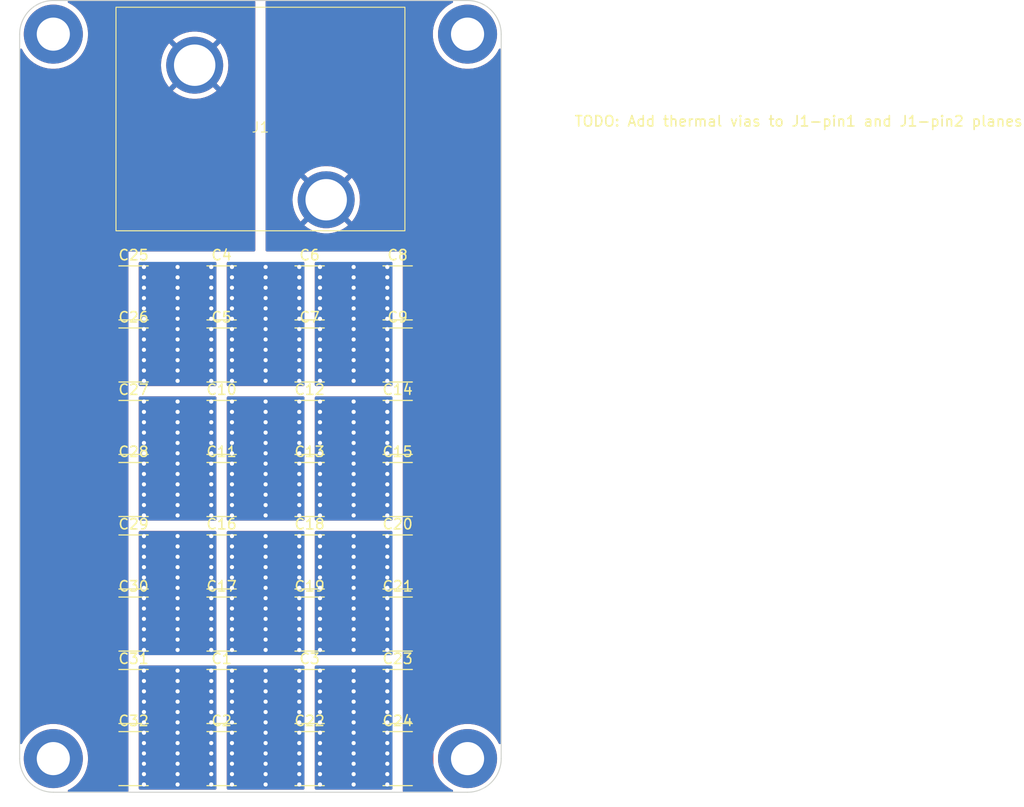
<source format=kicad_pcb>
(kicad_pcb (version 20221018) (generator pcbnew)
  (layers (0 "F.Cu" signal) (31 "B.Cu" signal) (34 "B.Paste" user) (35 "F.Paste" user) (36 "B.SilkS" user "B.Silkscreen") (37 "F.SilkS" user "F.Silkscreen") (38 "B.Mask" user) (39 "F.Mask" user) (44 "Edge.Cuts" user))
  (net 0 "")
  (net 1 "Net-(J1-Pin_1)")
  (net 2 "Net-(C4-Pad2)")
  (net 3 "Net-(C6-Pad2)")
  (net 4 "Net-(J1-Pin_2)")
  (net 5 "Net-(C10-Pad2)")
  (net 6 "Net-(C12-Pad2)")
  (net 7 "Net-(C16-Pad2)")
  (net 8 "Net-(C18-Pad2)")
  (net 9 "Net-(C1-Pad1)")
  (net 10 "Net-(C1-Pad2)")
  (net 11 "Net-(C22-Pad2)")
  (net 12 "Net-(C25-Pad2)")
  (net 13 "Net-(C10-Pad1)")
  (net 14 "Net-(C16-Pad1)")
  (footprint "MountingHole:MountingHole_3.2mm_M3_ISO7380_Pad" (layer "F.Cu") (at 130 159.5)
    (fp_text reference "H3" hide)
    (fp_text value "MountingHole")
    (pad "1" thru_hole circle (at 0 0) (size 5.7 5.7) (drill 3.2) (layers "*.Cu" "*.Mask"))
  )
  (footprint "Capacitor_SMD:C_2220_5650Metric" (layer "F.Cu") (at 137.75 140.5)
    (fp_text reference "C29" (at 0 -3.65) (layer "F.SilkS"))
    (fp_text value "8200p")
    (pad "1" smd roundrect (at -2.55 0) (size 1.8 5.4) (layers "F.Cu" "F.Paste" "F.Mask") (roundrect_rratio 0.138889) (net 1 "Net-(J1-Pin_1)"))
    (pad "2" smd roundrect (at 2.55 0) (size 1.8 5.4) (layers "F.Cu" "F.Paste" "F.Mask") (roundrect_rratio 0.138889) (net 14 "Net-(C16-Pad1)"))
  )
  (footprint "Capacitor_SMD:C_2220_5650Metric" (layer "F.Cu") (at 137.75 159.5)
    (fp_text reference "C32" (at 0 -3.65) (layer "F.SilkS"))
    (fp_text value "6800p")
    (pad "1" smd roundrect (at -2.55 0) (size 1.8 5.4) (layers "F.Cu" "F.Paste" "F.Mask") (roundrect_rratio 0.138889) (net 1 "Net-(J1-Pin_1)"))
    (pad "2" smd roundrect (at 2.55 0) (size 1.8 5.4) (layers "F.Cu" "F.Paste" "F.Mask") (roundrect_rratio 0.138889) (net 9 "Net-(C1-Pad1)"))
  )
  (footprint "Capacitor_SMD:C_2220_5650Metric" (layer "F.Cu") (at 137.75 133.5)
    (fp_text reference "C28" (at 0 -3.65) (layer "F.SilkS"))
    (fp_text value "6800p")
    (pad "1" smd roundrect (at -2.55 0) (size 1.8 5.4) (layers "F.Cu" "F.Paste" "F.Mask") (roundrect_rratio 0.138889) (net 1 "Net-(J1-Pin_1)"))
    (pad "2" smd roundrect (at 2.55 0) (size 1.8 5.4) (layers "F.Cu" "F.Paste" "F.Mask") (roundrect_rratio 0.138889) (net 13 "Net-(C10-Pad1)"))
  )
  (footprint "Capacitor_SMD:C_2220_5650Metric" (layer "F.Cu") (at 154.75 114.5)
    (fp_text reference "C6" (at 0 -3.65) (layer "F.SilkS"))
    (fp_text value "8200p")
    (pad "1" smd roundrect (at -2.55 0) (size 1.8 5.4) (layers "F.Cu" "F.Paste" "F.Mask") (roundrect_rratio 0.138889) (net 2 "Net-(C4-Pad2)"))
    (pad "2" smd roundrect (at 2.55 0) (size 1.8 5.4) (layers "F.Cu" "F.Paste" "F.Mask") (roundrect_rratio 0.138889) (net 3 "Net-(C6-Pad2)"))
  )
  (footprint "MountingHole:MountingHole_3.2mm_M3_ISO7380_Pad" (layer "F.Cu") (at 170 89.5)
    (fp_text reference "H2" hide)
    (fp_text value "MountingHole")
    (pad "1" thru_hole circle (at 0 0) (size 5.7 5.7) (drill 3.2) (layers "*.Cu" "*.Mask"))
  )
  (footprint "Capacitor_SMD:C_2220_5650Metric" (layer "F.Cu") (at 146.25 133.5)
    (fp_text reference "C11" (at 0 -3.65) (layer "F.SilkS"))
    (fp_text value "6800p")
    (pad "1" smd roundrect (at -2.55 0) (size 1.8 5.4) (layers "F.Cu" "F.Paste" "F.Mask") (roundrect_rratio 0.138889) (net 13 "Net-(C10-Pad1)"))
    (pad "2" smd roundrect (at 2.55 0) (size 1.8 5.4) (layers "F.Cu" "F.Paste" "F.Mask") (roundrect_rratio 0.138889) (net 5 "Net-(C10-Pad2)"))
  )
  (footprint "Capacitor_SMD:C_2220_5650Metric" (layer "F.Cu") (at 163.25 159.5)
    (fp_text reference "C24" (at 0 -3.65) (layer "F.SilkS"))
    (fp_text value "6800p")
    (pad "1" smd roundrect (at -2.55 0) (size 1.8 5.4) (layers "F.Cu" "F.Paste" "F.Mask") (roundrect_rratio 0.138889) (net 11 "Net-(C22-Pad2)"))
    (pad "2" smd roundrect (at 2.55 0) (size 1.8 5.4) (layers "F.Cu" "F.Paste" "F.Mask") (roundrect_rratio 0.138889) (net 4 "Net-(J1-Pin_2)"))
  )
  (footprint "MountingHole:MountingHole_3.2mm_M3_ISO7380_Pad" (layer "F.Cu") (at 130 89.5)
    (fp_text reference "H1" hide)
    (fp_text value "MountingHole")
    (pad "1" thru_hole circle (at 0 0) (size 5.7 5.7) (drill 3.2) (layers "*.Cu" "*.Mask"))
  )
  (footprint "Capacitor_SMD:C_2220_5650Metric" (layer "F.Cu") (at 154.75 146.5)
    (fp_text reference "C19" (at 0 -3.65) (layer "F.SilkS"))
    (fp_text value "6800p")
    (pad "1" smd roundrect (at -2.55 0) (size 1.8 5.4) (layers "F.Cu" "F.Paste" "F.Mask") (roundrect_rratio 0.138889) (net 7 "Net-(C16-Pad2)"))
    (pad "2" smd roundrect (at 2.55 0) (size 1.8 5.4) (layers "F.Cu" "F.Paste" "F.Mask") (roundrect_rratio 0.138889) (net 8 "Net-(C18-Pad2)"))
  )
  (footprint "Capacitor_SMD:C_2220_5650Metric" (layer "F.Cu") (at 154.75 140.5)
    (fp_text reference "C18" (at 0 -3.65) (layer "F.SilkS"))
    (fp_text value "8200p")
    (pad "1" smd roundrect (at -2.55 0) (size 1.8 5.4) (layers "F.Cu" "F.Paste" "F.Mask") (roundrect_rratio 0.138889) (net 7 "Net-(C16-Pad2)"))
    (pad "2" smd roundrect (at 2.55 0) (size 1.8 5.4) (layers "F.Cu" "F.Paste" "F.Mask") (roundrect_rratio 0.138889) (net 8 "Net-(C18-Pad2)"))
  )
  (footprint "Capacitor_SMD:C_2220_5650Metric" (layer "F.Cu") (at 163.25 114.5)
    (fp_text reference "C8" (at 0 -3.65) (layer "F.SilkS"))
    (fp_text value "8200p")
    (pad "1" smd roundrect (at -2.55 0) (size 1.8 5.4) (layers "F.Cu" "F.Paste" "F.Mask") (roundrect_rratio 0.138889) (net 3 "Net-(C6-Pad2)"))
    (pad "2" smd roundrect (at 2.55 0) (size 1.8 5.4) (layers "F.Cu" "F.Paste" "F.Mask") (roundrect_rratio 0.138889) (net 4 "Net-(J1-Pin_2)"))
  )
  (footprint "Capacitor_SMD:C_2220_5650Metric" (layer "F.Cu") (at 154.75 153.5)
    (fp_text reference "C3" (at 0 -3.65) (layer "F.SilkS"))
    (fp_text value "8200p")
    (pad "1" smd roundrect (at -2.55 0) (size 1.8 5.4) (layers "F.Cu" "F.Paste" "F.Mask") (roundrect_rratio 0.138889) (net 10 "Net-(C1-Pad2)"))
    (pad "2" smd roundrect (at 2.55 0) (size 1.8 5.4) (layers "F.Cu" "F.Paste" "F.Mask") (roundrect_rratio 0.138889) (net 11 "Net-(C22-Pad2)"))
  )
  (footprint "Capacitor_SMD:C_2220_5650Metric" (layer "F.Cu") (at 146.25 114.5)
    (fp_text reference "C4" (at 0 -3.65) (layer "F.SilkS"))
    (fp_text value "8200p")
    (pad "1" smd roundrect (at -2.55 0) (size 1.8 5.4) (layers "F.Cu" "F.Paste" "F.Mask") (roundrect_rratio 0.138889) (net 12 "Net-(C25-Pad2)"))
    (pad "2" smd roundrect (at 2.55 0) (size 1.8 5.4) (layers "F.Cu" "F.Paste" "F.Mask") (roundrect_rratio 0.138889) (net 2 "Net-(C4-Pad2)"))
  )
  (footprint "MountingHole:MountingHole_3.2mm_M3_ISO7380_Pad" (layer "F.Cu") (at 170 159.5)
    (fp_text reference "H4" hide)
    (fp_text value "MountingHole")
    (pad "1" thru_hole circle (at 0 0) (size 5.7 5.7) (drill 3.2) (layers "*.Cu" "*.Mask"))
  )
  (footprint "Capacitor_SMD:C_2220_5650Metric" (layer "F.Cu") (at 137.75 146.5)
    (fp_text reference "C30" (at 0 -3.65) (layer "F.SilkS"))
    (fp_text value "6800p")
    (pad "1" smd roundrect (at -2.55 0) (size 1.8 5.4) (layers "F.Cu" "F.Paste" "F.Mask") (roundrect_rratio 0.138889) (net 1 "Net-(J1-Pin_1)"))
    (pad "2" smd roundrect (at 2.55 0) (size 1.8 5.4) (layers "F.Cu" "F.Paste" "F.Mask") (roundrect_rratio 0.138889) (net 14 "Net-(C16-Pad1)"))
  )
  (footprint "BarrierBlock:0389690002" (layer "F.Cu") (at 150 99)
    (fp_text reference "J1" (at 0 -0.5 unlocked) (layer "F.SilkS") (effects (font (thickness 0.1))))
    (fp_text value "CONN")
    (pad "1" thru_hole circle (at -6.35 -6.5) (size 5.5 5.5) (drill 4) (layers "*.Cu" "*.Mask") (net 1 "Net-(J1-Pin_1)"))
    (pad "2" thru_hole circle (at 6.35 6.5) (size 5.5 5.5) (drill 4) (layers "*.Cu" "*.Mask") (net 4 "Net-(J1-Pin_2)"))
  )
  (footprint "Capacitor_SMD:C_2220_5650Metric" (layer "F.Cu") (at 154.75 133.5)
    (fp_text reference "C13" (at 0 -3.65) (layer "F.SilkS"))
    (fp_text value "6800p")
    (pad "1" smd roundrect (at -2.55 0) (size 1.8 5.4) (layers "F.Cu" "F.Paste" "F.Mask") (roundrect_rratio 0.138889) (net 5 "Net-(C10-Pad2)"))
    (pad "2" smd roundrect (at 2.55 0) (size 1.8 5.4) (layers "F.Cu" "F.Paste" "F.Mask") (roundrect_rratio 0.138889) (net 6 "Net-(C12-Pad2)"))
  )
  (footprint "Capacitor_SMD:C_2220_5650Metric" (layer "F.Cu") (at 146.25 153.5)
    (fp_text reference "C1" (at 0 -3.65) (layer "F.SilkS"))
    (fp_text value "8200p")
    (pad "1" smd roundrect (at -2.55 0) (size 1.8 5.4) (layers "F.Cu" "F.Paste" "F.Mask") (roundrect_rratio 0.138889) (net 9 "Net-(C1-Pad1)"))
    (pad "2" smd roundrect (at 2.55 0) (size 1.8 5.4) (layers "F.Cu" "F.Paste" "F.Mask") (roundrect_rratio 0.138889) (net 10 "Net-(C1-Pad2)"))
  )
  (footprint "Capacitor_SMD:C_2220_5650Metric" (layer "F.Cu") (at 163.25 127.5)
    (fp_text reference "C14" (at 0 -3.65) (layer "F.SilkS"))
    (fp_text value "8200p")
    (pad "1" smd roundrect (at -2.55 0) (size 1.8 5.4) (layers "F.Cu" "F.Paste" "F.Mask") (roundrect_rratio 0.138889) (net 6 "Net-(C12-Pad2)"))
    (pad "2" smd roundrect (at 2.55 0) (size 1.8 5.4) (layers "F.Cu" "F.Paste" "F.Mask") (roundrect_rratio 0.138889) (net 4 "Net-(J1-Pin_2)"))
  )
  (footprint "Capacitor_SMD:C_2220_5650Metric" (layer "F.Cu") (at 137.75 153.5)
    (fp_text reference "C31" (at 0 -3.65) (layer "F.SilkS"))
    (fp_text value "8200p")
    (pad "1" smd roundrect (at -2.55 0) (size 1.8 5.4) (layers "F.Cu" "F.Paste" "F.Mask") (roundrect_rratio 0.138889) (net 1 "Net-(J1-Pin_1)"))
    (pad "2" smd roundrect (at 2.55 0) (size 1.8 5.4) (layers "F.Cu" "F.Paste" "F.Mask") (roundrect_rratio 0.138889) (net 9 "Net-(C1-Pad1)"))
  )
  (footprint "Capacitor_SMD:C_2220_5650Metric" (layer "F.Cu") (at 137.75 114.5)
    (fp_text reference "C25" (at 0 -3.65) (layer "F.SilkS"))
    (fp_text value "8200p")
    (pad "1" smd roundrect (at -2.55 0) (size 1.8 5.4) (layers "F.Cu" "F.Paste" "F.Mask") (roundrect_rratio 0.138889) (net 1 "Net-(J1-Pin_1)"))
    (pad "2" smd roundrect (at 2.55 0) (size 1.8 5.4) (layers "F.Cu" "F.Paste" "F.Mask") (roundrect_rratio 0.138889) (net 12 "Net-(C25-Pad2)"))
  )
  (footprint "Capacitor_SMD:C_2220_5650Metric" (layer "F.Cu") (at 146.25 159.5)
    (fp_text reference "C2" (at 0 -3.65) (layer "F.SilkS"))
    (fp_text value "6800p")
    (pad "1" smd roundrect (at -2.55 0) (size 1.8 5.4) (layers "F.Cu" "F.Paste" "F.Mask") (roundrect_rratio 0.138889) (net 9 "Net-(C1-Pad1)"))
    (pad "2" smd roundrect (at 2.55 0) (size 1.8 5.4) (layers "F.Cu" "F.Paste" "F.Mask") (roundrect_rratio 0.138889) (net 10 "Net-(C1-Pad2)"))
  )
  (footprint "Capacitor_SMD:C_2220_5650Metric" (layer "F.Cu") (at 137.75 127.5)
    (fp_text reference "C27" (at 0 -3.65) (layer "F.SilkS"))
    (fp_text value "8200p")
    (pad "1" smd roundrect (at -2.55 0) (size 1.8 5.4) (layers "F.Cu" "F.Paste" "F.Mask") (roundrect_rratio 0.138889) (net 1 "Net-(J1-Pin_1)"))
    (pad "2" smd roundrect (at 2.55 0) (size 1.8 5.4) (layers "F.Cu" "F.Paste" "F.Mask") (roundrect_rratio 0.138889) (net 13 "Net-(C10-Pad1)"))
  )
  (footprint "Capacitor_SMD:C_2220_5650Metric" (layer "F.Cu") (at 146.25 140.5)
    (fp_text reference "C16" (at 0 -3.65) (layer "F.SilkS"))
    (fp_text value "8200p")
    (pad "1" smd roundrect (at -2.55 0) (size 1.8 5.4) (layers "F.Cu" "F.Paste" "F.Mask") (roundrect_rratio 0.138889) (net 14 "Net-(C16-Pad1)"))
    (pad "2" smd roundrect (at 2.55 0) (size 1.8 5.4) (layers "F.Cu" "F.Paste" "F.Mask") (roundrect_rratio 0.138889) (net 7 "Net-(C16-Pad2)"))
  )
  (footprint "Capacitor_SMD:C_2220_5650Metric" (layer "F.Cu") (at 163.25 146.5)
    (fp_text reference "C21" (at 0 -3.65) (layer "F.SilkS"))
    (fp_text value "6800p")
    (pad "1" smd roundrect (at -2.55 0) (size 1.8 5.4) (layers "F.Cu" "F.Paste" "F.Mask") (roundrect_rratio 0.138889) (net 8 "Net-(C18-Pad2)"))
    (pad "2" smd roundrect (at 2.55 0) (size 1.8 5.4) (layers "F.Cu" "F.Paste" "F.Mask") (roundrect_rratio 0.138889) (net 4 "Net-(J1-Pin_2)"))
  )
  (footprint "Capacitor_SMD:C_2220_5650Metric" (layer "F.Cu") (at 163.25 140.5)
    (fp_text reference "C20" (at 0 -3.65) (layer "F.SilkS"))
    (fp_text value "8200p")
    (pad "1" smd roundrect (at -2.55 0) (size 1.8 5.4) (layers "F.Cu" "F.Paste" "F.Mask") (roundrect_rratio 0.138889) (net 8 "Net-(C18-Pad2)"))
    (pad "2" smd roundrect (at 2.55 0) (size 1.8 5.4) (layers "F.Cu" "F.Paste" "F.Mask") (roundrect_rratio 0.138889) (net 4 "Net-(J1-Pin_2)"))
  )
  (footprint "Capacitor_SMD:C_2220_5650Metric" (layer "F.Cu") (at 163.25 153.5)
    (fp_text reference "C23" (at 0 -3.65) (layer "F.SilkS"))
    (fp_text value "8200p")
    (pad "1" smd roundrect (at -2.55 0) (size 1.8 5.4) (layers "F.Cu" "F.Paste" "F.Mask") (roundrect_rratio 0.138889) (net 11 "Net-(C22-Pad2)"))
    (pad "2" smd roundrect (at 2.55 0) (size 1.8 5.4) (layers "F.Cu" "F.Paste" "F.Mask") (roundrect_rratio 0.138889) (net 4 "Net-(J1-Pin_2)"))
  )
  (footprint "Capacitor_SMD:C_2220_5650Metric" (layer "F.Cu") (at 163.25 133.5)
    (fp_text reference "C15" (at 0 -3.65) (layer "F.SilkS"))
    (fp_text value "6800p")
    (pad "1" smd roundrect (at -2.55 0) (size 1.8 5.4) (layers "F.Cu" "F.Paste" "F.Mask") (roundrect_rratio 0.138889) (net 6 "Net-(C12-Pad2)"))
    (pad "2" smd roundrect (at 2.55 0) (size 1.8 5.4) (layers "F.Cu" "F.Paste" "F.Mask") (roundrect_rratio 0.138889) (net 4 "Net-(J1-Pin_2)"))
  )
  (footprint "Capacitor_SMD:C_2220_5650Metric" (layer "F.Cu") (at 146.25 127.5)
    (fp_text reference "C10" (at 0 -3.65) (layer "F.SilkS"))
    (fp_text value "8200p")
    (pad "1" smd roundrect (at -2.55 0) (size 1.8 5.4) (layers "F.Cu" "F.Paste" "F.Mask") (roundrect_rratio 0.138889) (net 13 "Net-(C10-Pad1)"))
    (pad "2" smd roundrect (at 2.55 0) (size 1.8 5.4) (layers "F.Cu" "F.Paste" "F.Mask") (roundrect_rratio 0.138889) (net 5 "Net-(C10-Pad2)"))
  )
  (footprint "Capacitor_SMD:C_2220_5650Metric" (layer "F.Cu") (at 154.75 159.5)
    (fp_text reference "C22" (at 0 -3.65) (layer "F.SilkS"))
    (fp_text value "6800p")
    (pad "1" smd roundrect (at -2.55 0) (size 1.8 5.4) (layers "F.Cu" "F.Paste" "F.Mask") (roundrect_rratio 0.138889) (net 10 "Net-(C1-Pad2)"))
    (pad "2" smd roundrect (at 2.55 0) (size 1.8 5.4) (layers "F.Cu" "F.Paste" "F.Mask") (roundrect_rratio 0.138889) (net 11 "Net-(C22-Pad2)"))
  )
  (footprint "Capacitor_SMD:C_2220_5650Metric" (layer "F.Cu") (at 137.75 120.5)
    (fp_text reference "C26" (at 0 -3.65) (layer "F.SilkS"))
    (fp_text value "6800p")
    (pad "1" smd roundrect (at -2.55 0) (size 1.8 5.4) (layers "F.Cu" "F.Paste" "F.Mask") (roundrect_rratio 0.138889) (net 1 "Net-(J1-Pin_1)"))
    (pad "2" smd roundrect (at 2.55 0) (size 1.8 5.4) (layers "F.Cu" "F.Paste" "F.Mask") (roundrect_rratio 0.138889) (net 12 "Net-(C25-Pad2)"))
  )
  (footprint "Capacitor_SMD:C_2220_5650Metric" (layer "F.Cu") (at 146.25 120.5)
    (fp_text reference "C5" (at 0 -3.65) (layer "F.SilkS"))
    (fp_text value "6800p")
    (pad "1" smd roundrect (at -2.55 0) (size 1.8 5.4) (layers "F.Cu" "F.Paste" "F.Mask") (roundrect_rratio 0.138889) (net 12 "Net-(C25-Pad2)"))
    (pad "2" smd roundrect (at 2.55 0) (size 1.8 5.4) (layers "F.Cu" "F.Paste" "F.Mask") (roundrect_rratio 0.138889) (net 2 "Net-(C4-Pad2)"))
  )
  (footprint "Capacitor_SMD:C_2220_5650Metric" (layer "F.Cu") (at 163.25 120.5)
    (fp_text reference "C9" (at 0 -3.65) (layer "F.SilkS"))
    (fp_text value "6800p")
    (pad "1" smd roundrect (at -2.55 0) (size 1.8 5.4) (layers "F.Cu" "F.Paste" "F.Mask") (roundrect_rratio 0.138889) (net 3 "Net-(C6-Pad2)"))
    (pad "2" smd roundrect (at 2.55 0) (size 1.8 5.4) (layers "F.Cu" "F.Paste" "F.Mask") (roundrect_rratio 0.138889) (net 4 "Net-(J1-Pin_2)"))
  )
  (footprint "Capacitor_SMD:C_2220_5650Metric" (layer "F.Cu") (at 146.25 146.5)
    (fp_text reference "C17" (at 0 -3.65) (layer "F.SilkS"))
    (fp_text value "6800p")
    (pad "1" smd roundrect (at -2.55 0) (size 1.8 5.4) (layers "F.Cu" "F.Paste" "F.Mask") (roundrect_rratio 0.138889) (net 14 "Net-(C16-Pad1)"))
    (pad "2" smd roundrect (at 2.55 0) (size 1.8 5.4) (layers "F.Cu" "F.Paste" "F.Mask") (roundrect_rratio 0.138889) (net 7 "Net-(C16-Pad2)"))
  )
  (footprint "Capacitor_SMD:C_2220_5650Metric" (layer "F.Cu") (at 154.75 127.5)
    (fp_text reference "C12" (at 0 -3.65) (layer "F.SilkS"))
    (fp_text value "8200p")
    (pad "1" smd roundrect (at -2.55 0) (size 1.8 5.4) (layers "F.Cu" "F.Paste" "F.Mask") (roundrect_rratio 0.138889) (net 5 "Net-(C10-Pad2)"))
    (pad "2" smd roundrect (at 2.55 0) (size 1.8 5.4) (layers "F.Cu" "F.Paste" "F.Mask") (roundrect_rratio 0.138889) (net 6 "Net-(C12-Pad2)"))
  )
  (footprint "Capacitor_SMD:C_2220_5650Metric" (layer "F.Cu") (at 154.75 120.5)
    (fp_text reference "C7" (at 0 -3.65) (layer "F.SilkS"))
    (fp_text value "6800p")
    (pad "1" smd roundrect (at -2.55 0) (size 1.8 5.4) (layers "F.Cu" "F.Paste" "F.Mask") (roundrect_rratio 0.138889) (net 2 "Net-(C4-Pad2)"))
    (pad "2" smd roundrect (at 2.55 0) (size 1.8 5.4) (layers "F.Cu" "F.Paste" "F.Mask") (roundrect_rratio 0.138889) (net 3 "Net-(C6-Pad2)"))
  )
  (gr_arc (start 126.75 89.5) (mid 127.701903 87.201903) (end 130 86.25) (stroke (width 0.1)) (layer "Edge.Cuts"))
  (gr_line (start 170 162.75) (end 130 162.75) (stroke (width 0.1)) (layer "Edge.Cuts"))
  (gr_line (start 126.75 159.5) (end 126.75 89.5) (stroke (width 0.1)) (layer "Edge.Cuts"))
  (gr_arc (start 173.25 159.5) (mid 172.298097 161.798097) (end 170 162.75) (stroke (width 0.1)) (layer "Edge.Cuts"))
  (gr_arc (start 170 86.25) (mid 172.298097 87.201903) (end 173.25 89.5) (stroke (width 0.1)) (layer "Edge.Cuts"))
  (gr_line (start 130 86.25) (end 170 86.25) (stroke (width 0.1)) (layer "Edge.Cuts"))
  (gr_line (start 173.25 89.5) (end 173.25 159.5) (stroke (width 0.1)) (layer "Edge.Cuts"))
  (gr_arc (start 130 162.75) (mid 127.701903 161.798097) (end 126.75 159.5) (stroke (width 0.1)) (layer "Edge.Cuts"))
  (gr_text "TODO: Add thermal vias to J1-pin1 and J1-pin2 planes" (at 180.25 98.5) (layer "F.SilkS") (effects (font (size 1 1)) (justify left bottom)))
  (via (at 153.75 120) (size 0.8) (drill 0.4) (layers "F.Cu" "B.Cu") (net 2))
  (via (at 150.5 120) (size 0.8) (drill 0.4) (layers "F.Cu" "B.Cu") (net 2))
  (via (at 150.5 113) (size 0.8) (drill 0.4) (layers "F.Cu" "B.Cu") (net 2))
  (via (at 150.5 122) (size 0.8) (drill 0.4) (layers "F.Cu" "B.Cu") (net 2))
  (via (at 147.25 116) (size 0.8) (drill 0.4) (layers "F.Cu" "B.Cu") (net 2))
  (via (at 153.75 117) (size 0.8) (drill 0.4) (layers "F.Cu" "B.Cu") (net 2))
  (via (at 150.5 115) (size 0.8) (drill 0.4) (layers "F.Cu" "B.Cu") (net 2))
  (via (at 153.75 112) (size 0.8) (drill 0.4) (layers "F.Cu" "B.Cu") (net 2))
  (via (at 147.25 123) (size 0.8) (drill 0.4) (layers "F.Cu" "B.Cu") (net 2))
  (via (at 153.75 121) (size 0.8) (drill 0.4) (layers "F.Cu" "B.Cu") (net 2))
  (via (at 147.25 118) (size 0.8) (drill 0.4) (layers "F.Cu" "B.Cu") (net 2))
  (via (at 153.75 114) (size 0.8) (drill 0.4) (layers "F.Cu" "B.Cu") (net 2))
  (via (at 153.75 119) (size 0.8) (drill 0.4) (layers "F.Cu" "B.Cu") (net 2))
  (via (at 153.75 123) (size 0.8) (drill 0.4) (layers "F.Cu" "B.Cu") (net 2))
  (via (at 153.75 122) (size 0.8) (drill 0.4) (layers "F.Cu" "B.Cu") (net 2))
  (via (at 153.75 118) (size 0.8) (drill 0.4) (layers "F.Cu" "B.Cu") (net 2))
  (via (at 147.25 112) (size 0.8) (drill 0.4) (layers "F.Cu" "B.Cu") (net 2))
  (via (at 147.25 114) (size 0.8) (drill 0.4) (layers "F.Cu" "B.Cu") (net 2))
  (via (at 153.75 115) (size 0.8) (drill 0.4) (layers "F.Cu" "B.Cu") (net 2))
  (via (at 150.5 119) (size 0.8) (drill 0.4) (layers "F.Cu" "B.Cu") (net 2))
  (via (at 153.75 113) (size 0.8) (drill 0.4) (layers "F.Cu" "B.Cu") (net 2))
  (via (at 147.25 113) (size 0.8) (drill 0.4) (layers "F.Cu" "B.Cu") (net 2))
  (via (at 150.5 118) (size 0.8) (drill 0.4) (layers "F.Cu" "B.Cu") (net 2))
  (via (at 150.5 116) (size 0.8) (drill 0.4) (layers "F.Cu" "B.Cu") (net 2))
  (via (at 147.25 122) (size 0.8) (drill 0.4) (layers "F.Cu" "B.Cu") (net 2))
  (via (at 147.25 120) (size 0.8) (drill 0.4) (layers "F.Cu" "B.Cu") (net 2))
  (via (at 150.5 123) (size 0.8) (drill 0.4) (layers "F.Cu" "B.Cu") (net 2))
  (via (at 147.25 117) (size 0.8) (drill 0.4) (layers "F.Cu" "B.Cu") (net 2))
  (via (at 150.5 112) (size 0.8) (drill 0.4) (layers "F.Cu" "B.Cu") (net 2))
  (via (at 150.5 117) (size 0.8) (drill 0.4) (layers "F.Cu" "B.Cu") (net 2))
  (via (at 150.5 114) (size 0.8) (drill 0.4) (layers "F.Cu" "B.Cu") (net 2))
  (via (at 150.5 121) (size 0.8) (drill 0.4) (layers "F.Cu" "B.Cu") (net 2))
  (via (at 147.25 115) (size 0.8) (drill 0.4) (layers "F.Cu" "B.Cu") (net 2))
  (via (at 147.25 121) (size 0.8) (drill 0.4) (layers "F.Cu" "B.Cu") (net 2))
  (via (at 153.75 116) (size 0.8) (drill 0.4) (layers "F.Cu" "B.Cu") (net 2))
  (via (at 147.25 119) (size 0.8) (drill 0.4) (layers "F.Cu" "B.Cu") (net 2))
  (via (at 159 123) (size 0.8) (drill 0.4) (layers "F.Cu" "B.Cu") (net 3))
  (via (at 162.25 115) (size 0.8) (drill 0.4) (layers "F.Cu" "B.Cu") (net 3))
  (via (at 155.75 122) (size 0.8) (drill 0.4) (layers "F.Cu" "B.Cu") (net 3))
  (via (at 162.25 122) (size 0.8) (drill 0.4) (layers "F.Cu" "B.Cu") (net 3))
  (via (at 159 114) (size 0.8) (drill 0.4) (layers "F.Cu" "B.Cu") (net 3))
  (via (at 159 120) (size 0.8) (drill 0.4) (layers "F.Cu" "B.Cu") (net 3))
  (via (at 159 117) (size 0.8) (drill 0.4) (layers "F.Cu" "B.Cu") (net 3))
  (via (at 162.25 116) (size 0.8) (drill 0.4) (layers "F.Cu" "B.Cu") (net 3))
  (via (at 162.25 123) (size 0.8) (drill 0.4) (layers "F.Cu" "B.Cu") (net 3))
  (via (at 162.25 112) (size 0.8) (drill 0.4) (layers "F.Cu" "B.Cu") (net 3))
  (via (at 159 116) (size 0.8) (drill 0.4) (layers "F.Cu" "B.Cu") (net 3))
  (via (at 155.75 113) (size 0.8) (drill 0.4) (layers "F.Cu" "B.Cu") (net 3))
  (via (at 155.75 115) (size 0.8) (drill 0.4) (layers "F.Cu" "B.Cu") (net 3))
  (via (at 162.25 121) (size 0.8) (drill 0.4) (layers "F.Cu" "B.Cu") (net 3))
  (via (at 162.25 114) (size 0.8) (drill 0.4) (layers "F.Cu" "B.Cu") (net 3))
  (via (at 162.25 120) (size 0.8) (drill 0.4) (layers "F.Cu" "B.Cu") (net 3))
  (via (at 155.75 114) (size 0.8) (drill 0.4) (layers "F.Cu" "B.Cu") (net 3))
  (via (at 155.75 120) (size 0.8) (drill 0.4) (layers "F.Cu" "B.Cu") (net 3))
  (via (at 155.75 118) (size 0.8) (drill 0.4) (layers "F.Cu" "B.Cu") (net 3))
  (via (at 159 112) (size 0.8) (drill 0.4) (layers "F.Cu" "B.Cu") (net 3))
  (via (at 155.75 121) (size 0.8) (drill 0.4) (layers "F.Cu" "B.Cu") (net 3))
  (via (at 159 115) (size 0.8) (drill 0.4) (layers "F.Cu" "B.Cu") (net 3))
  (via (at 159 122) (size 0.8) (drill 0.4) (layers "F.Cu" "B.Cu") (net 3))
  (via (at 155.75 116) (size 0.8) (drill 0.4) (layers "F.Cu" "B.Cu") (net 3))
  (via (at 162.25 117) (size 0.8) (drill 0.4) (layers "F.Cu" "B.Cu") (net 3))
  (via (at 155.75 123) (size 0.8) (drill 0.4) (layers "F.Cu" "B.Cu") (net 3))
  (via (at 155.75 112) (size 0.8) (drill 0.4) (layers "F.Cu" "B.Cu") (net 3))
  (via (at 159 121) (size 0.8) (drill 0.4) (layers "F.Cu" "B.Cu") (net 3))
  (via (at 159 119) (size 0.8) (drill 0.4) (layers "F.Cu" "B.Cu") (net 3))
  (via (at 155.75 119) (size 0.8) (drill 0.4) (layers "F.Cu" "B.Cu") (net 3))
  (via (at 162.25 118) (size 0.8) (drill 0.4) (layers "F.Cu" "B.Cu") (net 3))
  (via (at 159 118) (size 0.8) (drill 0.4) (layers "F.Cu" "B.Cu") (net 3))
  (via (at 162.25 113) (size 0.8) (drill 0.4) (layers "F.Cu" "B.Cu") (net 3))
  (via (at 155.75 117) (size 0.8) (drill 0.4) (layers "F.Cu" "B.Cu") (net 3))
  (via (at 162.25 119) (size 0.8) (drill 0.4) (layers "F.Cu" "B.Cu") (net 3))
  (via (at 159 113) (size 0.8) (drill 0.4) (layers "F.Cu" "B.Cu") (net 3))
  (via (at 153.75 132) (size 0.8) (drill 0.4) (layers "F.Cu" "B.Cu") (net 5))
  (via (at 150.5 131) (size 0.8) (drill 0.4) (layers "F.Cu" "B.Cu") (net 5))
  (via (at 153.75 127) (size 0.8) (drill 0.4) (layers "F.Cu" "B.Cu") (net 5))
  (via (at 153.75 129) (size 0.8) (drill 0.4) (layers "F.Cu" "B.Cu") (net 5))
  (via (at 150.5 127) (size 0.8) (drill 0.4) (layers "F.Cu" "B.Cu") (net 5))
  (via (at 153.75 126) (size 0.8) (drill 0.4) (layers "F.Cu" "B.Cu") (net 5))
  (via (at 147.25 134) (size 0.8) (drill 0.4) (layers "F.Cu" "B.Cu") (net 5))
  (via (at 153.75 133) (size 0.8) (drill 0.4) (layers "F.Cu" "B.Cu") (net 5))
  (via (at 147.25 133) (size 0.8) (drill 0.4) (layers "F.Cu" "B.Cu") (net 5))
  (via (at 150.5 130) (size 0.8) (drill 0.4) (layers "F.Cu" "B.Cu") (net 5))
  (via (at 147.25 128) (size 0.8) (drill 0.4) (layers "F.Cu" "B.Cu") (net 5))
  (via (at 150.5 134) (size 0.8) (drill 0.4) (layers "F.Cu" "B.Cu") (net 5))
  (via (at 150.5 133) (size 0.8) (drill 0.4) (layers "F.Cu" "B.Cu") (net 5))
  (via (at 147.25 127) (size 0.8) (drill 0.4) (layers "F.Cu" "B.Cu") (net 5))
  (via (at 147.25 130) (size 0.8) (drill 0.4) (layers "F.Cu" "B.Cu") (net 5))
  (via (at 147.25 135) (size 0.8) (drill 0.4) (layers "F.Cu" "B.Cu") (net 5))
  (via (at 153.75 128) (size 0.8) (drill 0.4) (layers "F.Cu" "B.Cu") (net 5))
  (via (at 150.5 129) (size 0.8) (drill 0.4) (layers "F.Cu" "B.Cu") (net 5))
  (via (at 147.25 129) (size 0.8) (drill 0.4) (layers "F.Cu" "B.Cu") (net 5))
  (via (at 147.25 136) (size 0.8) (drill 0.4) (layers "F.Cu" "B.Cu") (net 5))
  (via (at 153.75 134) (size 0.8) (drill 0.4) (layers "F.Cu" "B.Cu") (net 5))
  (via (at 147.25 131) (size 0.8) (drill 0.4) (layers "F.Cu" "B.Cu") (net 5))
  (via (at 153.75 125) (size 0.8) (drill 0.4) (layers "F.Cu" "B.Cu") (net 5))
  (via (at 150.5 128) (size 0.8) (drill 0.4) (layers "F.Cu" "B.Cu") (net 5))
  (via (at 150.5 125) (size 0.8) (drill 0.4) (layers "F.Cu" "B.Cu") (net 5))
  (via (at 153.75 131) (size 0.8) (drill 0.4) (layers "F.Cu" "B.Cu") (net 5))
  (via (at 153.75 130) (size 0.8) (drill 0.4) (layers "F.Cu" "B.Cu") (net 5))
  (via (at 150.5 126) (size 0.8) (drill 0.4) (layers "F.Cu" "B.Cu") (net 5))
  (via (at 147.25 126) (size 0.8) (drill 0.4) (layers "F.Cu" "B.Cu") (net 5))
  (via (at 147.25 125) (size 0.8) (drill 0.4) (layers "F.Cu" "B.Cu") (net 5))
  (via (at 150.5 132) (size 0.8) (drill 0.4) (layers "F.Cu" "B.Cu") (net 5))
  (via (at 153.75 136) (size 0.8) (drill 0.4) (layers "F.Cu" "B.Cu") (net 5))
  (via (at 147.25 132) (size 0.8) (drill 0.4) (layers "F.Cu" "B.Cu") (net 5))
  (via (at 150.5 136) (size 0.8) (drill 0.4) (layers "F.Cu" "B.Cu") (net 5))
  (via (at 150.5 135) (size 0.8) (drill 0.4) (layers "F.Cu" "B.Cu") (net 5))
  (via (at 153.75 135) (size 0.8) (drill 0.4) (layers "F.Cu" "B.Cu") (net 5))
  (via (at 162.25 126) (size 0.8) (drill 0.4) (layers "F.Cu" "B.Cu") (net 6))
  (via (at 162.25 130) (size 0.8) (drill 0.4) (layers "F.Cu" "B.Cu") (net 6))
  (via (at 155.75 125) (size 0.8) (drill 0.4) (layers "F.Cu" "B.Cu") (net 6))
  (via (at 159 132) (size 0.8) (drill 0.4) (layers "F.Cu" "B.Cu") (net 6))
  (via (at 155.75 131) (size 0.8) (drill 0.4) (layers "F.Cu" "B.Cu") (net 6))
  (via (at 162.25 132) (size 0.8) (drill 0.4) (layers "F.Cu" "B.Cu") (net 6))
  (via (at 159 128) (size 0.8) (drill 0.4) (layers "F.Cu" "B.Cu") (net 6))
  (via (at 159 133) (size 0.8) (drill 0.4) (layers "F.Cu" "B.Cu") (net 6))
  (via (at 155.75 132) (size 0.8) (drill 0.4) (layers "F.Cu" "B.Cu") (net 6))
  (via (at 162.25 134) (size 0.8) (drill 0.4) (layers "F.Cu" "B.Cu") (net 6))
  (via (at 162.25 128) (size 0.8) (drill 0.4) (layers "F.Cu" "B.Cu") (net 6))
  (via (at 159 127) (size 0.8) (drill 0.4) (layers "F.Cu" "B.Cu") (net 6))
  (via (at 155.75 133) (size 0.8) (drill 0.4) (layers "F.Cu" "B.Cu") (net 6))
  (via (at 162.25 133) (size 0.8) (drill 0.4) (layers "F.Cu" "B.Cu") (net 6))
  (via (at 155.75 136) (size 0.8) (drill 0.4) (layers "F.Cu" "B.Cu") (net 6))
  (via (at 155.75 134) (size 0.8) (drill 0.4) (layers "F.Cu" "B.Cu") (net 6))
  (via (at 159 125) (size 0.8) (drill 0.4) (layers "F.Cu" "B.Cu") (net 6))
  (via (at 155.75 129) (size 0.8) (drill 0.4) (layers "F.Cu" "B.Cu") (net 6))
  (via (at 162.25 131) (size 0.8) (drill 0.4) (layers "F.Cu" "B.Cu") (net 6))
  (via (at 159 135) (size 0.8) (drill 0.4) (layers "F.Cu" "B.Cu") (net 6))
  (via (at 162.25 125) (size 0.8) (drill 0.4) (layers "F.Cu" "B.Cu") (net 6))
  (via (at 155.75 126) (size 0.8) (drill 0.4) (layers "F.Cu" "B.Cu") (net 6))
  (via (at 155.75 128) (size 0.8) (drill 0.4) (layers "F.Cu" "B.Cu") (net 6))
  (via (at 159 131) (size 0.8) (drill 0.4) (layers "F.Cu" "B.Cu") (net 6))
  (via (at 155.75 135) (size 0.8) (drill 0.4) (layers "F.Cu" "B.Cu") (net 6))
  (via (at 159 129) (size 0.8) (drill 0.4) (layers "F.Cu" "B.Cu") (net 6))
  (via (at 159 126) (size 0.8) (drill 0.4) (layers "F.Cu" "B.Cu") (net 6))
  (via (at 162.25 127) (size 0.8) (drill 0.4) (layers "F.Cu" "B.Cu") (net 6))
  (via (at 159 130) (size 0.8) (drill 0.4) (layers "F.Cu" "B.Cu") (net 6))
  (via (at 162.25 135) (size 0.8) (drill 0.4) (layers "F.Cu" "B.Cu") (net 6))
  (via (at 155.75 130) (size 0.8) (drill 0.4) (layers "F.Cu" "B.Cu") (net 6))
  (via (at 162.25 129) (size 0.8) (drill 0.4) (layers "F.Cu" "B.Cu") (net 6))
  (via (at 162.25 136) (size 0.8) (drill 0.4) (layers "F.Cu" "B.Cu") (net 6))
  (via (at 155.75 127) (size 0.8) (drill 0.4) (layers "F.Cu" "B.Cu") (net 6))
  (via (at 159 136) (size 0.8) (drill 0.4) (layers "F.Cu" "B.Cu") (net 6))
  (via (at 159 134) (size 0.8) (drill 0.4) (layers "F.Cu" "B.Cu") (net 6))
  (via (at 147.25 140) (size 0.8) (drill 0.4) (layers "F.Cu" "B.Cu") (net 7))
  (via (at 150.5 140) (size 0.8) (drill 0.4) (layers "F.Cu" "B.Cu") (net 7))
  (via (at 150.5 141) (size 0.8) (drill 0.4) (layers "F.Cu" "B.Cu") (net 7))
  (via (at 153.75 146) (size 0.8) (drill 0.4) (layers "F.Cu" "B.Cu") (net 7))
  (via (at 147.25 146) (size 0.8) (drill 0.4) (layers "F.Cu" "B.Cu") (net 7))
  (via (at 150.5 149) (size 0.8) (drill 0.4) (layers "F.Cu" "B.Cu") (net 7))
  (via (at 147.25 141) (size 0.8) (drill 0.4) (layers "F.Cu" "B.Cu") (net 7))
  (via (at 153.75 140) (size 0.8) (drill 0.4) (layers "F.Cu" "B.Cu") (net 7))
  (via (at 150.5 138) (size 0.8) (drill 0.4) (layers "F.Cu" "B.Cu") (net 7))
  (via (at 147.25 142) (size 0.8) (drill 0.4) (layers "F.Cu" "B.Cu") (net 7))
  (via (at 147.25 145) (size 0.8) (drill 0.4) (layers "F.Cu" "B.Cu") (net 7))
  (via (at 153.75 144) (size 0.8) (drill 0.4) (layers "F.Cu" "B.Cu") (net 7))
  (via (at 150.5 139) (size 0.8) (drill 0.4) (layers "F.Cu" "B.Cu") (net 7))
  (via (at 150.5 146) (size 0.8) (drill 0.4) (layers "F.Cu" "B.Cu") (net 7))
  (via (at 147.25 144) (size 0.8) (drill 0.4) (layers "F.Cu" "B.Cu") (net 7))
  (via (at 147.25 149) (size 0.8) (drill 0.4) (layers "F.Cu" "B.Cu") (net 7))
  (via (at 153.75 148) (size 0.8) (drill 0.4) (layers "F.Cu" "B.Cu") (net 7))
  (via (at 153.75 149) (size 0.8) (drill 0.4) (layers "F.Cu" "B.Cu") (net 7))
  (via (at 147.25 147) (size 0.8) (drill 0.4) (layers "F.Cu" "B.Cu") (net 7))
  (via (at 153.75 143) (size 0.8) (drill 0.4) (layers "F.Cu" "B.Cu") (net 7))
  (via (at 153.75 145) (size 0.8) (drill 0.4) (layers "F.Cu" "B.Cu") (net 7))
  (via (at 153.75 138) (size 0.8) (drill 0.4) (layers "F.Cu" "B.Cu") (net 7))
  (via (at 147.25 139) (size 0.8) (drill 0.4) (layers "F.Cu" "B.Cu") (net 7))
  (via (at 153.75 147) (size 0.8) (drill 0.4) (layers "F.Cu" "B.Cu") (net 7))
  (via (at 147.25 148) (size 0.8) (drill 0.4) (layers "F.Cu" "B.Cu") (net 7))
  (via (at 153.75 142) (size 0.8) (drill 0.4) (layers "F.Cu" "B.Cu") (net 7))
  (via (at 150.5 143) (size 0.8) (drill 0.4) (layers "F.Cu" "B.Cu") (net 7))
  (via (at 147.25 143) (size 0.8) (drill 0.4) (layers "F.Cu" "B.Cu") (net 7))
  (via (at 153.75 139) (size 0.8) (drill 0.4) (layers "F.Cu" "B.Cu") (net 7))
  (via (at 150.5 145) (size 0.8) (drill 0.4) (layers "F.Cu" "B.Cu") (net 7))
  (via (at 150.5 142) (size 0.8) (drill 0.4) (layers "F.Cu" "B.Cu") (net 7))
  (via (at 147.25 138) (size 0.8) (drill 0.4) (layers "F.Cu" "B.Cu") (net 7))
  (via (at 150.5 148) (size 0.8) (drill 0.4) (layers "F.Cu" "B.Cu") (net 7))
  (via (at 150.5 144) (size 0.8) (drill 0.4) (layers "F.Cu" "B.Cu") (net 7))
  (via (at 150.5 147) (size 0.8) (drill 0.4) (layers "F.Cu" "B.Cu") (net 7))
  (via (at 153.75 141) (size 0.8) (drill 0.4) (layers "F.Cu" "B.Cu") (net 7))
  (via (at 155.75 142) (size 0.8) (drill 0.4) (layers "F.Cu" "B.Cu") (net 8))
  (via (at 162.25 140) (size 0.8) (drill 0.4) (layers "F.Cu" "B.Cu") (net 8))
  (via (at 155.75 145) (size 0.8) (drill 0.4) (layers "F.Cu" "B.Cu") (net 8))
  (via (at 159 149) (size 0.8) (drill 0.4) (layers "F.Cu" "B.Cu") (net 8))
  (via (at 155.75 141) (size 0.8) (drill 0.4) (layers "F.Cu" "B.Cu") (net 8))
  (via (at 159 146) (size 0.8) (drill 0.4) (layers "F.Cu" "B.Cu") (net 8))
  (via (at 159 138) (size 0.8) (drill 0.4) (layers "F.Cu" "B.Cu") (net 8))
  (via (at 159 145) (size 0.8) (drill 0.4) (layers "F.Cu" "B.Cu") (net 8))
  (via (at 162.25 146) (size 0.8) (drill 0.4) (layers "F.Cu" "B.Cu") (net 8))
  (via (at 162.25 143) (size 0.8) (drill 0.4) (layers "F.Cu" "B.Cu") (net 8))
  (via (at 162.25 138) (size 0.8) (drill 0.4) (layers "F.Cu" "B.Cu") (net 8))
  (via (at 155.75 140) (size 0.8) (drill 0.4) (layers "F.Cu" "B.Cu") (net 8))
  (via (at 155.75 149) (size 0.8) (drill 0.4) (layers "F.Cu" "B.Cu") (net 8))
  (via (at 159 140) (size 0.8) (drill 0.4) (layers "F.Cu" "B.Cu") (net 8))
  (via (at 162.25 148) (size 0.8) (drill 0.4) (layers "F.Cu" "B.Cu") (net 8))
  (via (at 159 139) (size 0.8) (drill 0.4) (layers "F.Cu" "B.Cu") (net 8))
  (via (at 162.25 149) (size 0.8) (drill 0.4) (layers "F.Cu" "B.Cu") (net 8))
  (via (at 159 141) (size 0.8) (drill 0.4) (layers "F.Cu" "B.Cu") (net 8))
  (via (at 155.75 138) (size 0.8) (drill 0.4) (layers "F.Cu" "B.Cu") (net 8))
  (via (at 159 144) (size 0.8) (drill 0.4) (layers "F.Cu" "B.Cu") (net 8))
  (via (at 162.25 144) (size 0.8) (drill 0.4) (layers "F.Cu" "B.Cu") (net 8))
  (via (at 155.75 147) (size 0.8) (drill 0.4) (layers "F.Cu" "B.Cu") (net 8))
  (via (at 159 148) (size 0.8) (drill 0.4) (layers "F.Cu" "B.Cu") (net 8))
  (via (at 155.75 143) (size 0.8) (drill 0.4) (layers "F.Cu" "B.Cu") (net 8))
  (via (at 162.25 147) (size 0.8) (drill 0.4) (layers "F.Cu" "B.Cu") (net 8))
  (via (at 162.25 142) (size 0.8) (drill 0.4) (layers "F.Cu" "B.Cu") (net 8))
  (via (at 155.75 139) (size 0.8) (drill 0.4) (layers "F.Cu" "B.Cu") (net 8))
  (via (at 155.75 146) (size 0.8) (drill 0.4) (layers "F.Cu" "B.Cu") (net 8))
  (via (at 162.25 141) (size 0.8) (drill 0.4) (layers "F.Cu" "B.Cu") (net 8))
  (via (at 162.25 139) (size 0.8) (drill 0.4) (layers "F.Cu" "B.Cu") (net 8))
  (via (at 159 143) (size 0.8) (drill 0.4) (layers "F.Cu" "B.Cu") (net 8))
  (via (at 159 147) (size 0.8) (drill 0.4) (layers "F.Cu" "B.Cu") (net 8))
  (via (at 155.75 148) (size 0.8) (drill 0.4) (layers "F.Cu" "B.Cu") (net 8))
  (via (at 159 142) (size 0.8) (drill 0.4) (layers "F.Cu" "B.Cu") (net 8))
  (via (at 162.25 145) (size 0.8) (drill 0.4) (layers "F.Cu" "B.Cu") (net 8))
  (via (at 155.75 144) (size 0.8) (drill 0.4) (layers "F.Cu" "B.Cu") (net 8))
  (via (at 138.75 162) (size 0.8) (drill 0.4) (layers "F.Cu" "B.Cu") (net 9))
  (via (at 142 154) (size 0.8) (drill 0.4) (layers "F.Cu" "B.Cu") (net 9))
  (via (at 145.25 157) (size 0.8) (drill 0.4) (layers "F.Cu" "B.Cu") (net 9))
  (via (at 138.75 156) (size 0.8) (drill 0.4) (layers "F.Cu" "B.Cu") (net 9))
  (via (at 142 158) (size 0.8) (drill 0.4) (layers "F.Cu" "B.Cu") (net 9))
  (via (at 145.25 154) (size 0.8) (drill 0.4) (layers "F.Cu" "B.Cu") (net 9))
  (via (at 142 160) (size 0.8) (drill 0.4) (layers "F.Cu" "B.Cu") (net 9))
  (via (at 142 156) (size 0.8) (drill 0.4) (layers "F.Cu" "B.Cu") (net 9))
  (via (at 145.25 160) (size 0.8) (drill 0.4) (layers "F.Cu" "B.Cu") (net 9))
  (via (at 138.75 151) (size 0.8) (drill 0.4) (layers "F.Cu" "B.Cu") (net 9))
  (via (at 145.25 153) (size 0.8) (drill 0.4) (layers "F.Cu" "B.Cu") (net 9))
  (via (at 145.25 155) (size 0.8) (drill 0.4) (layers "F.Cu" "B.Cu") (net 9))
  (via (at 145.25 152) (size 0.8) (drill 0.4) (layers "F.Cu" "B.Cu") (net 9))
  (via (at 142 157) (size 0.8) (drill 0.4) (layers "F.Cu" "B.Cu") (net 9))
  (via (at 142 155) (size 0.8) (drill 0.4) (layers "F.Cu" "B.Cu") (net 9))
  (via (at 138.75 155) (size 0.8) (drill 0.4) (layers "F.Cu" "B.Cu") (net 9))
  (via (at 138.75 160) (size 0.8) (drill 0.4) (layers "F.Cu" "B.Cu") (net 9))
  (via (at 138.75 153) (size 0.8) (drill 0.4) (layers "F.Cu" "B.Cu") (net 9))
  (via (at 142 151) (size 0.8) (drill 0.4) (layers "F.Cu" "B.Cu") (net 9))
  (via (at 145.25 158) (size 0.8) (drill 0.4) (layers "F.Cu" "B.Cu") (net 9))
  (via (at 138.75 161) (size 0.8) (drill 0.4) (layers "F.Cu" "B.Cu") (net 9))
  (via (at 138.75 159) (size 0.8) (drill 0.4) (layers "F.Cu" "B.Cu") (net 9))
  (via (at 145.25 162) (size 0.8) (drill 0.4) (layers "F.Cu" "B.Cu") (net 9))
  (via (at 145.25 159) (size 0.8) (drill 0.4) (layers "F.Cu" "B.Cu") (net 9))
  (via (at 138.75 154) (size 0.8) (drill 0.4) (layers "F.Cu" "B.Cu") (net 9))
  (via (at 142 161) (size 0.8) (drill 0.4) (layers "F.Cu" "B.Cu") (net 9))
  (via (at 138.75 152) (size 0.8) (drill 0.4) (layers "F.Cu" "B.Cu") (net 9))
  (via (at 145.25 151) (size 0.8) (drill 0.4) (layers "F.Cu" "B.Cu") (net 9))
  (via (at 142 159) (size 0.8) (drill 0.4) (layers "F.Cu" "B.Cu") (net 9))
  (via (at 138.75 157) (size 0.8) (drill 0.4) (layers "F.Cu" "B.Cu") (net 9))
  (via (at 138.75 158) (size 0.8) (drill 0.4) (layers "F.Cu" "B.Cu") (net 9))
  (via (at 142 152) (size 0.8) (drill 0.4) (layers "F.Cu" "B.Cu") (net 9))
  (via (at 142 162) (size 0.8) (drill 0.4) (layers "F.Cu" "B.Cu") (net 9))
  (via (at 145.25 156) (size 0.8) (drill 0.4) (layers "F.Cu" "B.Cu") (net 9))
  (via (at 145.25 161) (size 0.8) (drill 0.4) (layers "F.Cu" "B.Cu") (net 9))
  (via (at 142 153) (size 0.8) (drill 0.4) (layers "F.Cu" "B.Cu") (net 9))
  (via (at 147.25 162) (size 0.8) (drill 0.4) (layers "F.Cu" "B.Cu") (net 10))
  (via (at 153.75 162) (size 0.8) (drill 0.4) (layers "F.Cu" "B.Cu") (net 10))
  (via (at 147.25 157) (size 0.8) (drill 0.4) (layers "F.Cu" "B.Cu") (net 10))
  (via (at 147.25 152) (size 0.8) (drill 0.4) (layers "F.Cu" "B.Cu") (net 10))
  (via (at 150.5 153) (size 0.8) (drill 0.4) (layers "F.Cu" "B.Cu") (net 10))
  (via (at 150.5 152) (size 0.8) (drill 0.4) (layers "F.Cu" "B.Cu") (net 10))
  (via (at 153.75 154) (size 0.8) (drill 0.4) (layers "F.Cu" "B.Cu") (net 10))
  (via (at 150.5 155) (size 0.8) (drill 0.4) (layers "F.Cu" "B.Cu") (net 10))
  (via (at 150.5 154) (size 0.8) (drill 0.4) (layers "F.Cu" "B.Cu") (net 10))
  (via (at 150.5 162) (size 0.8) (drill 0.4) (layers "F.Cu" "B.Cu") (net 10))
  (via (at 153.75 158) (size 0.8) (drill 0.4) (layers "F.Cu" "B.Cu") (net 10))
  (via (at 147.25 156) (size 0.8) (drill 0.4) (layers "F.Cu" "B.Cu") (net 10))
  (via (at 147.25 158) (size 0.8) (drill 0.4) (layers "F.Cu" "B.Cu") (net 10))
  (via (at 153.75 152) (size 0.8) (drill 0.4) (layers "F.Cu" "B.Cu") (net 10))
  (via (at 153.75 161) (size 0.8) (drill 0.4) (layers "F.Cu" "B.Cu") (net 10))
  (via (at 150.5 158) (size 0.8) (drill 0.4) (layers "F.Cu" "B.Cu") (net 10))
  (via (at 147.25 160) (size 0.8) (drill 0.4) (layers "F.Cu" "B.Cu") (net 10))
  (via (at 150.5 161) (size 0.8) (drill 0.4) (layers "F.Cu" "B.Cu") (net 10))
  (via (at 153.75 153) (size 0.8) (drill 0.4) (layers "F.Cu" "B.Cu") (net 10))
  (via (at 153.75 155) (size 0.8) (drill 0.4) (layers "F.Cu" "B.Cu") (net 10))
  (via (at 153.75 157) (size 0.8) (drill 0.4) (layers "F.Cu" "B.Cu") (net 10))
  (via (at 147.25 153) (size 0.8) (drill 0.4) (layers "F.Cu" "B.Cu") (net 10))
  (via (at 153.75 160) (size 0.8) (drill 0.4) (layers "F.Cu" "B.Cu") (net 10))
  (via (at 147.25 159) (size 0.8) (drill 0.4) (layers "F.Cu" "B.Cu") (net 10))
  (via (at 150.5 156) (size 0.8) (drill 0.4) (layers "F.Cu" "B.Cu") (net 10))
  (via (at 147.25 151) (size 0.8) (drill 0.4) (layers "F.Cu" "B.Cu") (net 10))
  (via (at 150.5 160) (size 0.8) (drill 0.4) (layers "F.Cu" "B.Cu") (net 10))
  (via (at 153.75 151) (size 0.8) (drill 0.4) (layers "F.Cu" "B.Cu") (net 10))
  (via (at 150.5 157) (size 0.8) (drill 0.4) (layers "F.Cu" "B.Cu") (net 10))
  (via (at 150.5 151) (size 0.8) (drill 0.4) (layers "F.Cu" "B.Cu") (net 10))
  (via (at 153.75 159) (size 0.8) (drill 0.4) (layers "F.Cu" "B.Cu") (net 10))
  (via (at 147.25 154) (size 0.8) (drill 0.4) (layers "F.Cu" "B.Cu") (net 10))
  (via (at 150.5 159) (size 0.8) (drill 0.4) (layers "F.Cu" "B.Cu") (net 10))
  (via (at 153.75 156) (size 0.8) (drill 0.4) (layers "F.Cu" "B.Cu") (net 10))
  (via (at 147.25 161) (size 0.8) (drill 0.4) (layers "F.Cu" "B.Cu") (net 10))
  (via (at 147.25 155) (size 0.8) (drill 0.4) (layers "F.Cu" "B.Cu") (net 10))
  (via (at 155.75 159) (size 0.8) (drill 0.4) (layers "F.Cu" "B.Cu") (net 11))
  (via (at 162.25 151) (size 0.8) (drill 0.4) (layers "F.Cu" "B.Cu") (net 11))
  (via (at 159 153) (size 0.8) (drill 0.4) (layers "F.Cu" "B.Cu") (net 11))
  (via (at 159 155) (size 0.8) (drill 0.4) (layers "F.Cu" "B.Cu") (net 11))
  (via (at 155.75 155) (size 0.8) (drill 0.4) (layers "F.Cu" "B.Cu") (net 11))
  (via (at 162.25 152) (size 0.8) (drill 0.4) (layers "F.Cu" "B.Cu") (net 11))
  (via (at 162.25 162) (size 0.8) (drill 0.4) (layers "F.Cu" "B.Cu") (net 11))
  (via (at 155.75 151) (size 0.8) (drill 0.4) (layers "F.Cu" "B.Cu") (net 11))
  (via (at 155.75 153) (size 0.8) (drill 0.4) (layers "F.Cu" "B.Cu") (net 11))
  (via (at 162.25 156) (size 0.8) (drill 0.4) (layers "F.Cu" "B.Cu") (net 11))
  (via (at 162.25 153) (size 0.8) (drill 0.4) (layers "F.Cu" "B.Cu") (net 11))
  (via (at 155.75 157) (size 0.8) (drill 0.4) (layers "F.Cu" "B.Cu") (net 11))
  (via (at 155.75 162) (size 0.8) (drill 0.4) (layers "F.Cu" "B.Cu") (net 11))
  (via (at 162.25 160) (size 0.8) (drill 0.4) (layers "F.Cu" "B.Cu") (net 11))
  (via (at 159 160) (size 0.8) (drill 0.4) (layers "F.Cu" "B.Cu") (net 11))
  (via (at 162.25 159) (size 0.8) (drill 0.4) (layers "F.Cu" "B.Cu") (net 11))
  (via (at 155.75 154) (size 0.8) (drill 0.4) (layers "F.Cu" "B.Cu") (net 11))
  (via (at 155.75 156) (size 0.8) (drill 0.4) (layers "F.Cu" "B.Cu") (net 11))
  (via (at 155.75 152) (size 0.8) (drill 0.4) (layers "F.Cu" "B.Cu") (net 11))
  (via (at 159 154) (size 0.8) (drill 0.4) (layers "F.Cu" "B.Cu") (net 11))
  (via (at 155.75 161) (size 0.8) (drill 0.4) (layers "F.Cu" "B.Cu") (net 11))
  (via (at 162.25 154) (size 0.8) (drill 0.4) (layers "F.Cu" "B.Cu") (net 11))
  (via (at 159 158) (size 0.8) (drill 0.4) (layers "F.Cu" "B.Cu") (net 11))
  (via (at 159 161) (size 0.8) (drill 0.4) (layers "F.Cu" "B.Cu") (net 11))
  (via (at 162.25 157) (size 0.8) (drill 0.4) (layers "F.Cu" "B.Cu") (net 11))
  (via (at 155.75 160) (size 0.8) (drill 0.4) (layers "F.Cu" "B.Cu") (net 11))
  (via (at 155.75 158) (size 0.8) (drill 0.4) (layers "F.Cu" "B.Cu") (net 11))
  (via (at 159 156) (size 0.8) (drill 0.4) (layers "F.Cu" "B.Cu") (net 11))
  (via (at 159 151) (size 0.8) (drill 0.4) (layers "F.Cu" "B.Cu") (net 11))
  (via (at 159 162) (size 0.8) (drill 0.4) (layers "F.Cu" "B.Cu") (net 11))
  (via (at 162.25 155) (size 0.8) (drill 0.4) (layers "F.Cu" "B.Cu") (net 11))
  (via (at 159 159) (size 0.8) (drill 0.4) (layers "F.Cu" "B.Cu") (net 11))
  (via (at 162.25 158) (size 0.8) (drill 0.4) (layers "F.Cu" "B.Cu") (net 11))
  (via (at 159 157) (size 0.8) (drill 0.4) (layers "F.Cu" "B.Cu") (net 11))
  (via (at 162.25 161) (size 0.8) (drill 0.4) (layers "F.Cu" "B.Cu") (net 11))
  (via (at 159 152) (size 0.8) (drill 0.4) (layers "F.Cu" "B.Cu") (net 11))
  (via (at 145.25 115) (size 0.8) (drill 0.4) (layers "F.Cu" "B.Cu") (net 12))
  (via (at 142 121) (size 0.8) (drill 0.4) (layers "F.Cu" "B.Cu") (net 12))
  (via (at 138.75 115) (size 0.8) (drill 0.4) (layers "F.Cu" "B.Cu") (net 12))
  (via (at 145.25 114) (size 0.8) (drill 0.4) (layers "F.Cu" "B.Cu") (net 12))
  (via (at 145.25 119) (size 0.8) (drill 0.4) (layers "F.Cu" "B.Cu") (net 12))
  (via (at 142 113) (size 0.8) (drill 0.4) (layers "F.Cu" "B.Cu") (net 12))
  (via (at 145.25 113) (size 0.8) (drill 0.4) (layers "F.Cu" "B.Cu") (net 12))
  (via (at 142 116) (size 0.8) (drill 0.4) (layers "F.Cu" "B.Cu") (net 12))
  (via (at 145.25 116) (size 0.8) (drill 0.4) (layers "F.Cu" "B.Cu") (net 12))
  (via (at 142 115) (size 0.8) (drill 0.4) (layers "F.Cu" "B.Cu") (net 12))
  (via (at 145.25 117) (size 0.8) (drill 0.4) (layers "F.Cu" "B.Cu") (net 12))
  (via (at 138.75 112) (size 0.8) (drill 0.4) (layers "F.Cu" "B.Cu") (net 12))
  (via (at 138.75 118) (size 0.8) (drill 0.4) (layers "F.Cu" "B.Cu") (net 12))
  (via (at 142 122) (size 0.8) (drill 0.4) (layers "F.Cu" "B.Cu") (net 12))
  (via (at 145.25 121) (size 0.8) (drill 0.4) (layers "F.Cu" "B.Cu") (net 12))
  (via (at 145.25 118) (size 0.8) (drill 0.4) (layers "F.Cu" "B.Cu") (net 12))
  (via (at 138.75 117) (size 0.8) (drill 0.4) (layers "F.Cu" "B.Cu") (net 12))
  (via (at 145.25 120) (size 0.8) (drill 0.4) (layers "F.Cu" "B.Cu") (net 12))
  (via (at 142 123) (size 0.8) (drill 0.4) (layers "F.Cu" "B.Cu") (net 12))
  (via (at 142 112) (size 0.8) (drill 0.4) (layers "F.Cu" "B.Cu") (net 12))
  (via (at 145.25 122) (size 0.8) (drill 0.4) (layers "F.Cu" "B.Cu") (net 12))
  (via (at 138.75 119) (size 0.8) (drill 0.4) (layers "F.Cu" "B.Cu") (net 12))
  (via (at 138.75 116) (size 0.8) (drill 0.4) (layers "F.Cu" "B.Cu") (net 12))
  (via (at 142 119) (size 0.8) (drill 0.4) (layers "F.Cu" "B.Cu") (net 12))
  (via (at 145.25 123) (size 0.8) (drill 0.4) (layers "F.Cu" "B.Cu") (net 12))
  (via (at 142 114) (size 0.8) (drill 0.4) (layers "F.Cu" "B.Cu") (net 12))
  (via (at 138.75 122) (size 0.8) (drill 0.4) (layers "F.Cu" "B.Cu") (net 12))
  (via (at 138.75 121) (size 0.8) (drill 0.4) (layers "F.Cu" "B.Cu") (net 12))
  (via (at 138.75 120) (size 0.8) (drill 0.4) (layers "F.Cu" "B.Cu") (net 12))
  (via (at 138.75 123) (size 0.8) (drill 0.4) (layers "F.Cu" "B.Cu") (net 12))
  (via (at 142 117) (size 0.8) (drill 0.4) (layers "F.Cu" "B.Cu") (net 12))
  (via (at 138.75 113) (size 0.8) (drill 0.4) (layers "F.Cu" "B.Cu") (net 12))
  (via (at 138.75 114) (size 0.8) (drill 0.4) (layers "F.Cu" "B.Cu") (net 12))
  (via (at 145.25 112) (size 0.8) (drill 0.4) (layers "F.Cu" "B.Cu") (net 12))
  (via (at 142 120) (size 0.8) (drill 0.4) (layers "F.Cu" "B.Cu") (net 12))
  (via (at 142 118) (size 0.8) (drill 0.4) (layers "F.Cu" "B.Cu") (net 12))
  (via (at 145.25 129) (size 0.8) (drill 0.4) (layers "F.Cu" "B.Cu") (net 13))
  (via (at 142 127) (size 0.8) (drill 0.4) (layers "F.Cu" "B.Cu") (net 13))
  (via (at 142 131) (size 0.8) (drill 0.4) (layers "F.Cu" "B.Cu") (net 13))
  (via (at 138.75 132) (size 0.8) (drill 0.4) (layers "F.Cu" "B.Cu") (net 13))
  (via (at 138.75 134) (size 0.8) (drill 0.4) (layers "F.Cu" "B.Cu") (net 13))
  (via (at 142 126) (size 0.8) (drill 0.4) (layers "F.Cu" "B.Cu") (net 13))
  (via (at 142 136) (size 0.8) (drill 0.4) (layers "F.Cu" "B.Cu") (net 13))
  (via (at 138.75 135) (size 0.8) (drill 0.4) (layers "F.Cu" "B.Cu") (net 13))
  (via (at 142 128) (size 0.8) (drill 0.4) (layers "F.Cu" "B.Cu") (net 13))
  (via (at 142 132) (size 0.8) (drill 0.4) (layers "F.Cu" "B.Cu") (net 13))
  (via (at 138.75 136) (size 0.8) (drill 0.4) (layers "F.Cu" "B.Cu") (net 13))
  (via (at 145.25 136) (size 0.8) (drill 0.4) (layers "F.Cu" "B.Cu") (net 13))
  (via (at 145.25 135) (size 0.8) (drill 0.4) (layers "F.Cu" "B.Cu") (net 13))
  (via (at 142 130) (size 0.8) (drill 0.4) (layers "F.Cu" "B.Cu") (net 13))
  (via (at 145.25 134) (size 0.8) (drill 0.4) (layers "F.Cu" "B.Cu") (net 13))
  (via (at 145.25 132) (size 0.8) (drill 0.4) (layers "F.Cu" "B.Cu") (net 13))
  (via (at 145.25 130) (size 0.8) (drill 0.4) (layers "F.Cu" "B.Cu") (net 13))
  (via (at 138.75 129) (size 0.8) (drill 0.4) (layers "F.Cu" "B.Cu") (net 13))
  (via (at 138.75 127) (size 0.8) (drill 0.4) (layers "F.Cu" "B.Cu") (net 13))
  (via (at 145.25 126) (size 0.8) (drill 0.4) (layers "F.Cu" "B.Cu") (net 13))
  (via (at 142 129) (size 0.8) (drill 0.4) (layers "F.Cu" "B.Cu") (net 13))
  (via (at 138.75 133) (size 0.8) (drill 0.4) (layers "F.Cu" "B.Cu") (net 13))
  (via (at 145.25 133) (size 0.8) (drill 0.4) (layers "F.Cu" "B.Cu") (net 13))
  (via (at 145.25 131) (size 0.8) (drill 0.4) (layers "F.Cu" "B.Cu") (net 13))
  (via (at 145.25 125) (size 0.8) (drill 0.4) (layers "F.Cu" "B.Cu") (net 13))
  (via (at 138.75 128) (size 0.8) (drill 0.4) (layers "F.Cu" "B.Cu") (net 13))
  (via (at 142 125) (size 0.8) (drill 0.4) (layers "F.Cu" "B.Cu") (net 13))
  (via (at 145.25 127) (size 0.8) (drill 0.4) (layers "F.Cu" "B.Cu") (net 13))
  (via (at 138.75 125) (size 0.8) (drill 0.4) (layers "F.Cu" "B.Cu") (net 13))
  (via (at 138.75 126) (size 0.8) (drill 0.4) (layers "F.Cu" "B.Cu") (net 13))
  (via (at 145.25 128) (size 0.8) (drill 0.4) (layers "F.Cu" "B.Cu") (net 13))
  (via (at 142 135) (size 0.8) (drill 0.4) (layers "F.Cu" "B.Cu") (net 13))
  (via (at 138.75 131) (size 0.8) (drill 0.4) (layers "F.Cu" "B.Cu") (net 13))
  (via (at 142 133) (size 0.8) (drill 0.4) (layers "F.Cu" "B.Cu") (net 13))
  (via (at 138.75 130) (size 0.8) (drill 0.4) (layers "F.Cu" "B.Cu") (net 13))
  (via (at 142 134) (size 0.8) (drill 0.4) (layers "F.Cu" "B.Cu") (net 13))
  (via (at 138.75 142) (size 0.8) (drill 0.4) (layers "F.Cu" "B.Cu") (net 14))
  (via (at 138.75 139) (size 0.8) (drill 0.4) (layers "F.Cu" "B.Cu") (net 14))
  (via (at 138.75 147) (size 0.8) (drill 0.4) (layers "F.Cu" "B.Cu") (net 14))
  (via (at 145.25 148) (size 0.8) (drill 0.4) (layers "F.Cu" "B.Cu") (net 14))
  (via (at 138.75 149) (size 0.8) (drill 0.4) (layers "F.Cu" "B.Cu") (net 14))
  (via (at 138.75 140) (size 0.8) (drill 0.4) (layers "F.Cu" "B.Cu") (net 14))
  (via (at 145.25 140) (size 0.8) (drill 0.4) (layers "F.Cu" "B.Cu") (net 14))
  (via (at 142 149) (size 0.8) (drill 0.4) (layers "F.Cu" "B.Cu") (net 14))
  (via (at 142 141) (size 0.8) (drill 0.4) (layers "F.Cu" "B.Cu") (net 14))
  (via (at 145.25 143) (size 0.8) (drill 0.4) (layers "F.Cu" "B.Cu") (net 14))
  (via (at 145.25 138) (size 0.8) (drill 0.4) (layers "F.Cu" "B.Cu") (net 14))
  (via (at 142 140) (size 0.8) (drill 0.4) (layers "F.Cu" "B.Cu") (net 14))
  (via (at 145.25 142) (size 0.8) (drill 0.4) (layers "F.Cu" "B.Cu") (net 14))
  (via (at 145.25 147) (size 0.8) (drill 0.4) (layers "F.Cu" "B.Cu") (net 14))
  (via (at 145.25 139) (size 0.8) (drill 0.4) (layers "F.Cu" "B.Cu") (net 14))
  (via (at 142 139) (size 0.8) (drill 0.4) (layers "F.Cu" "B.Cu") (net 14))
  (via (at 138.75 146) (size 0.8) (drill 0.4) (layers "F.Cu" "B.Cu") (net 14))
  (via (at 145.25 149) (size 0.8) (drill 0.4) (layers "F.Cu" "B.Cu") (net 14))
  (via (at 142 143) (size 0.8) (drill 0.4) (layers "F.Cu" "B.Cu") (net 14))
  (via (at 145.25 141) (size 0.8) (drill 0.4) (layers "F.Cu" "B.Cu") (net 14))
  (via (at 138.75 141) (size 0.8) (drill 0.4) (layers "F.Cu" "B.Cu") (net 14))
  (via (at 142 147) (size 0.8) (drill 0.4) (layers "F.Cu" "B.Cu") (net 14))
  (via (at 142 146) (size 0.8) (drill 0.4) (layers "F.Cu" "B.Cu") (net 14))
  (via (at 138.75 148) (size 0.8) (drill 0.4) (layers "F.Cu" "B.Cu") (net 14))
  (via (at 142 144) (size 0.8) (drill 0.4) (layers "F.Cu" "B.Cu") (net 14))
  (via (at 138.75 144) (size 0.8) (drill 0.4) (layers "F.Cu" "B.Cu") (net 14))
  (via (at 138.75 143) (size 0.8) (drill 0.4) (layers "F.Cu" "B.Cu") (net 14))
  (via (at 145.25 145) (size 0.8) (drill 0.4) (layers "F.Cu" "B.Cu") (net 14))
  (via (at 145.25 146) (size 0.8) (drill 0.4) (layers "F.Cu" "B.Cu") (net 14))
  (via (at 142 145) (size 0.8) (drill 0.4) (layers "F.Cu" "B.Cu") (net 14))
  (via (at 142 142) (size 0.8) (drill 0.4) (layers "F.Cu" "B.Cu") (net 14))
  (via (at 142 138) (size 0.8) (drill 0.4) (layers "F.Cu" "B.Cu") (net 14))
  (via (at 138.75 145) (size 0.8) (drill 0.4) (layers "F.Cu" "B.Cu") (net 14))
  (via (at 142 148) (size 0.8) (drill 0.4) (layers "F.Cu" "B.Cu") (net 14))
  (via (at 138.75 138) (size 0.8) (drill 0.4) (layers "F.Cu" "B.Cu") (net 14))
  (via (at 145.25 144) (size 0.8) (drill 0.4) (layers "F.Cu" "B.Cu") (net 14))
  (zone (net 13) (net_name "Net-(C10-Pad1)") (layers "F&B.Cu") (priority 7) (connect_pads thru_hole_only (clearance 0.5)) (min_thickness 0.25) (fill yes (thermal_gap 0.5) (thermal_bridge_width 0.5))
    (polygon (pts (xy 138.25 124.5) (xy 138.25 136.5) (xy 145.75 136.5) (xy 145.75 124.5)))
  )
  (zone (net 9) (net_name "Net-(C1-Pad1)") (layers "F&B.Cu") (priority 9) (connect_pads thru_hole_only (clearance 0.5)) (min_thickness 0.25) (fill yes (thermal_gap 0.5) (thermal_bridge_width 0.5))
    (polygon (pts (xy 138.25 150.5) (xy 138.25 162.5) (xy 145.75 162.5) (xy 145.75 150.5)))
  )
  (zone (net 6) (net_name "Net-(C12-Pad2)") (layers "F&B.Cu") (priority 3) (connect_pads thru_hole_only (clearance 0.5)) (min_thickness 0.25) (fill yes (thermal_gap 0.5) (thermal_bridge_width 0.5))
    (polygon (pts (xy 155.25 124.5) (xy 162.75 124.5) (xy 162.75 136.5) (xy 155.25 136.5)))
  )
  (zone (net 7) (net_name "Net-(C16-Pad2)") (layers "F&B.Cu") (priority 4) (connect_pads thru_hole_only (clearance 0.5)) (min_thickness 0.25) (fill yes (thermal_gap 0.5) (thermal_bridge_width 0.5))
    (polygon (pts (xy 146.75 137.5) (xy 146.75 149.5) (xy 154.25 149.5) (xy 154.25 137.5)))
  )
  (zone (net 11) (net_name "Net-(C22-Pad2)") (layers "F&B.Cu") (priority 11) (connect_pads thru_hole_only (clearance 0.5)) (min_thickness 0.25) (fill yes (thermal_gap 0.5) (thermal_bridge_width 0.5))
    (polygon (pts (xy 155.25 150.5) (xy 155.25 162.5) (xy 162.75 162.5) (xy 162.75 150.5)))
  )
  (zone (net 4) (net_name "Net-(J1-Pin_2)") (layers "F&B.Cu") (priority 13) (connect_pads thru_hole_only (clearance 0.5)) (min_thickness 0.25) (fill yes (thermal_gap 0.5) (thermal_bridge_width 0.5))
    (polygon (pts (xy 150.5 86.25) (xy 150.5 110.5) (xy 163.75 110.5) (xy 163.75 162.75) (xy 173.25 162.75) (xy 173.25 86.25)))
  )
  (zone (net 12) (net_name "Net-(C25-Pad2)") (layers "F&B.Cu") (priority 6) (connect_pads thru_hole_only (clearance 0.5)) (min_thickness 0.25) (fill yes (thermal_gap 0.5) (thermal_bridge_width 0.5))
    (polygon (pts (xy 138.25 111.5) (xy 138.25 123.5) (xy 145.75 123.5) (xy 145.75 111.5)))
  )
  (zone (net 10) (net_name "Net-(C1-Pad2)") (layers "F&B.Cu") (priority 10) (connect_pads thru_hole_only (clearance 0.5)) (min_thickness 0.25) (fill yes (thermal_gap 0.5) (thermal_bridge_width 0.5))
    (polygon (pts (xy 146.75 150.5) (xy 146.75 162.5) (xy 154.25 162.5) (xy 154.25 150.5)))
  )
  (zone (net 1) (net_name "Net-(J1-Pin_1)") (layers "F&B.Cu") (priority 12) (connect_pads thru_hole_only (clearance 0.5)) (min_thickness 0.25) (fill yes (thermal_gap 0.5) (thermal_bridge_width 0.5))
    (polygon (pts (xy 149.5 110.5) (xy 137.25 110.5) (xy 137.25 163) (xy 126.75 162.75) (xy 126.75 86.25) (xy 149.5 86.25)))
  )
  (zone (net 2) (net_name "Net-(C4-Pad2)") (layers "F&B.Cu") (connect_pads thru_hole_only (clearance 0.5)) (min_thickness 0.25) (fill yes (thermal_gap 0.5) (thermal_bridge_width 0.5))
    (polygon (pts (xy 146.75 111.5) (xy 146.75 123.5) (xy 154.25 123.5) (xy 154.25 111.5)))
  )
  (zone (net 5) (net_name "Net-(C10-Pad2)") (layers "F&B.Cu") (priority 2) (connect_pads thru_hole_only (clearance 0.5)) (min_thickness 0.25) (fill yes (thermal_gap 0.5) (thermal_bridge_width 0.5))
    (polygon (pts (xy 146.75 124.5) (xy 154.25 124.5) (xy 154.25 136.5) (xy 146.75 136.5)))
  )
  (zone (net 8) (net_name "Net-(C18-Pad2)") (layers "F&B.Cu") (priority 5) (connect_pads thru_hole_only (clearance 0.5)) (min_thickness 0.25) (fill yes (thermal_gap 0.5) (thermal_bridge_width 0.5))
    (polygon (pts (xy 155.25 137.5) (xy 155.25 149.5) (xy 162.75 149.5) (xy 162.75 137.5)))
  )
  (zone (net 14) (net_name "Net-(C16-Pad1)") (layers "F&B.Cu") (priority 8) (connect_pads thru_hole_only (clearance 0.5)) (min_thickness 0.25) (fill yes (thermal_gap 0.5) (thermal_bridge_width 0.5))
    (polygon (pts (xy 138.25 137.5) (xy 138.25 149.5) (xy 145.75 149.5) (xy 145.75 137.5)))
  )
  (zone (net 3) (net_name "Net-(C6-Pad2)") (layers "F&B.Cu") (priority 1) (connect_pads thru_hole_only (clearance 0.5)) (min_thickness 0.25) (fill yes (thermal_gap 0.5) (thermal_bridge_width 0.5))
    (polygon (pts (xy 155.25 111.5) (xy 162.75 111.5) (xy 162.75 123.5) (xy 155.25 123.5)))
  )
)
</source>
